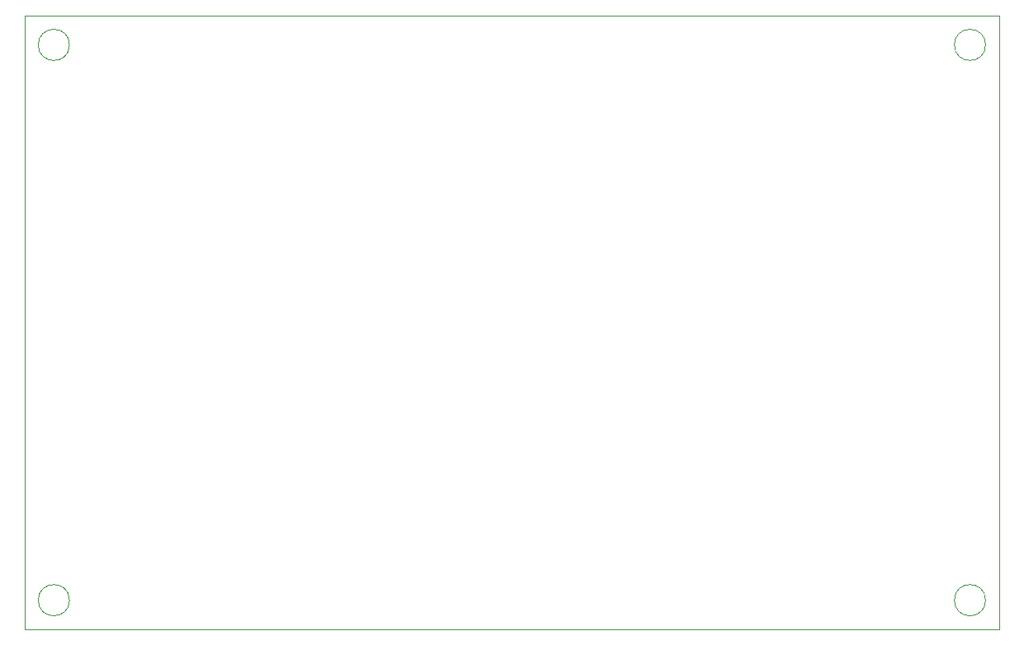
<source format=gbr>
%TF.GenerationSoftware,KiCad,Pcbnew,9.0.3*%
%TF.CreationDate,2025-10-30T19:41:26+09:00*%
%TF.ProjectId,VCF_VCABoard,5643465f-5643-4414-926f-6172642e6b69,rev?*%
%TF.SameCoordinates,Original*%
%TF.FileFunction,Profile,NP*%
%FSLAX46Y46*%
G04 Gerber Fmt 4.6, Leading zero omitted, Abs format (unit mm)*
G04 Created by KiCad (PCBNEW 9.0.3) date 2025-10-30 19:41:26*
%MOMM*%
%LPD*%
G01*
G04 APERTURE LIST*
%TA.AperFunction,Profile*%
%ADD10C,0.050000*%
%TD*%
G04 APERTURE END LIST*
D10*
X165600000Y-144000000D02*
G75*
G02*
X162400000Y-144000000I-1600000J0D01*
G01*
X162400000Y-144000000D02*
G75*
G02*
X165600000Y-144000000I1600000J0D01*
G01*
X71600000Y-87000000D02*
G75*
G02*
X68400000Y-87000000I-1600000J0D01*
G01*
X68400000Y-87000000D02*
G75*
G02*
X71600000Y-87000000I1600000J0D01*
G01*
X71600000Y-144000000D02*
G75*
G02*
X68400000Y-144000000I-1600000J0D01*
G01*
X68400000Y-144000000D02*
G75*
G02*
X71600000Y-144000000I1600000J0D01*
G01*
X67000000Y-84000000D02*
X167000000Y-84000000D01*
X167000000Y-147000000D01*
X67000000Y-147000000D01*
X67000000Y-84000000D01*
X165600000Y-87000000D02*
G75*
G02*
X162400000Y-87000000I-1600000J0D01*
G01*
X162400000Y-87000000D02*
G75*
G02*
X165600000Y-87000000I1600000J0D01*
G01*
M02*

</source>
